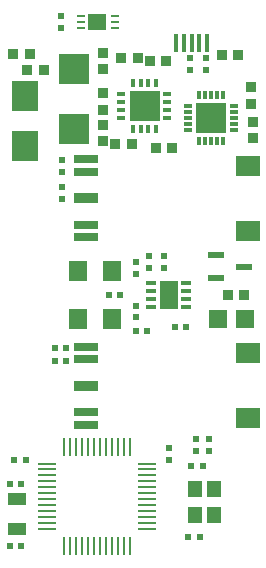
<source format=gtp>
%FSTAX23Y23*%
%MOIN*%
%SFA1B1*%

%IPPOS*%
%ADD10R,0.078740X0.031500*%
%ADD11R,0.078740X0.035430*%
%ADD12R,0.078740X0.070870*%
%ADD13R,0.033470X0.037400*%
%ADD14R,0.011810X0.028740*%
%ADD15R,0.028740X0.011810*%
%ADD16R,0.098430X0.098430*%
%ADD17R,0.057090X0.023620*%
%ADD18R,0.019690X0.023620*%
%ADD19R,0.023620X0.019690*%
%ADD20R,0.048000X0.056000*%
%ADD21R,0.023620X0.024410*%
%ADD22R,0.061020X0.039370*%
%ADD23R,0.060000X0.060000*%
%ADD24R,0.037400X0.033470*%
%ADD25R,0.104000X0.104000*%
%ADD26R,0.031500X0.013780*%
%ADD27R,0.013780X0.031500*%
%ADD28R,0.063000X0.071000*%
%ADD29R,0.015750X0.062990*%
%ADD30R,0.099000X0.101000*%
%ADD31R,0.059060X0.009840*%
%ADD32R,0.009840X0.059060*%
%ADD33R,0.090550X0.104330*%
%ADD34R,0.064960X0.094490*%
%ADD35R,0.033470X0.013780*%
%ADD36R,0.064960X0.053150*%
%ADD37R,0.027560X0.009840*%
%ADD70R,0.047620X0.023810*%
%ADD71R,0.019690X0.020000*%
%ADD72R,0.020000X0.020000*%
%ADD73R,0.019690X0.019690*%
%ADD74R,0.020000X0.019690*%
%LNpowerpcb-1*%
%LPD*%
G54D10*
X00285Y-00532D03*
Y-00573D03*
Y-0075D03*
Y-00791D03*
Y-01417D03*
Y-01375D03*
Y-01198D03*
Y-01157D03*
G54D11*
X00285Y-00662D03*
Y-01287D03*
G54D12*
X00824Y-0077D03*
Y-00553D03*
Y-01178D03*
Y-01395D03*
G54D13*
X00437Y-0048D03*
X00382D03*
X00812Y-00985D03*
X00757D03*
X00572Y-00495D03*
X00517D03*
X00097Y-0018D03*
X00042D03*
X00737Y-00185D03*
X00792D03*
X00144Y-00235D03*
X00089D03*
X00552Y-00205D03*
X00497D03*
X00457Y-00195D03*
X00402D03*
G54D14*
X00662Y-00317D03*
X00682D03*
X00702D03*
X00722D03*
X00741D03*
Y-00471D03*
X00722D03*
X00702D03*
X00682D03*
X00662D03*
G54D15*
X00779Y-00355D03*
Y-00374D03*
Y-00394D03*
Y-00414D03*
Y-00433D03*
X00625D03*
Y-00414D03*
Y-00394D03*
Y-00374D03*
Y-00355D03*
G54D16*
X00702Y-00394D03*
G54D17*
X00811Y-0089D03*
X00718Y-00927D03*
Y-00852D03*
G54D18*
X00399Y-00985D03*
X0036D03*
X00635Y-01555D03*
X00674D03*
X00625Y-01792D03*
X00664D03*
X0018Y-01205D03*
X00219D03*
X0045Y-01105D03*
X00489D03*
X0018Y-0116D03*
X00219D03*
X00619Y-0109D03*
X0058D03*
X00045Y-01535D03*
X00084D03*
G54D19*
X00695Y-01504D03*
Y-01465D03*
X0065D03*
Y-01504D03*
X0056Y-01534D03*
Y-01495D03*
X00545Y-00894D03*
Y-00855D03*
X00495Y-00894D03*
Y-00855D03*
X0045Y-00914D03*
Y-00875D03*
X00205Y-00625D03*
Y-00664D03*
Y-00574D03*
Y-00535D03*
X002Y-00094D03*
Y-00055D03*
X0045Y-01059D03*
Y-0102D03*
X00685Y-00234D03*
Y-00195D03*
X0063D03*
Y-00234D03*
G54D20*
X00648Y-01718D03*
Y-01631D03*
X00711Y-01718D03*
Y-01631D03*
G54D21*
X00031Y-0182D03*
X00068D03*
X00031Y-01615D03*
X00068D03*
G54D22*
X00055Y-01766D03*
Y-01663D03*
G54D23*
X00725Y-01065D03*
X00815D03*
G54D24*
X0084Y-00407D03*
Y-00462D03*
X00835Y-00347D03*
Y-00292D03*
X0034Y-00367D03*
Y-00312D03*
Y-00232D03*
Y-00177D03*
Y-00472D03*
Y-00417D03*
G54D25*
X0048Y-00355D03*
G54D26*
X00403Y-00393D03*
Y-00367D03*
Y-00342D03*
Y-00316D03*
X00556D03*
Y-00342D03*
Y-00367D03*
Y-00393D03*
G54D27*
X00441Y-00278D03*
X00467D03*
X00492D03*
X00518D03*
Y-00431D03*
X00492D03*
X00467D03*
X00441D03*
G54D28*
X0037Y-00905D03*
X00259D03*
X0037Y-01065D03*
X00259D03*
G54D29*
X00586Y-00144D03*
X00611D03*
X00637D03*
X00663D03*
X00688D03*
G54D30*
X00245Y-0023D03*
Y-0043D03*
G54D31*
X00156Y-01566D03*
Y-01625D03*
Y-01606D03*
Y-01586D03*
X00487Y-01645D03*
Y-01625D03*
X00156Y-01547D03*
Y-01645D03*
Y-01665D03*
Y-01684D03*
Y-01704D03*
Y-01724D03*
Y-01743D03*
Y-01763D03*
X00487D03*
Y-01743D03*
Y-01724D03*
Y-01704D03*
Y-01684D03*
Y-01665D03*
Y-01606D03*
Y-01586D03*
Y-01566D03*
Y-01547D03*
G54D32*
X0043Y-0149D03*
X0041D03*
X0039D03*
X0037D03*
X00351D03*
X00331D03*
X00311D03*
X00292D03*
X00272D03*
X00252D03*
X00233D03*
X00213D03*
Y-0182D03*
X00233D03*
X00252D03*
X00272D03*
X00292D03*
X00311D03*
X00331D03*
X00351D03*
X0037D03*
X0039D03*
X0041D03*
X0043D03*
G54D33*
X0008Y-00489D03*
Y-0032D03*
G54D34*
X0056Y-00985D03*
G54D35*
X00501Y-01023D03*
Y-00997D03*
Y-00972D03*
Y-00946D03*
X00618D03*
Y-00972D03*
Y-00997D03*
Y-01023D03*
G54D36*
X00323Y-00075D03*
G54D37*
X00267Y-00095D03*
Y-00075D03*
Y-00055D03*
X0038D03*
Y-00075D03*
Y-00095D03*
G54D70*
X00559Y-00984D03*
G54D71*
X00573Y-00955D03*
G54D72*
X00546Y-00955D03*
G54D73*
X00573Y-01014D03*
G54D74*
X00546Y-01014D03*
M02*
</source>
